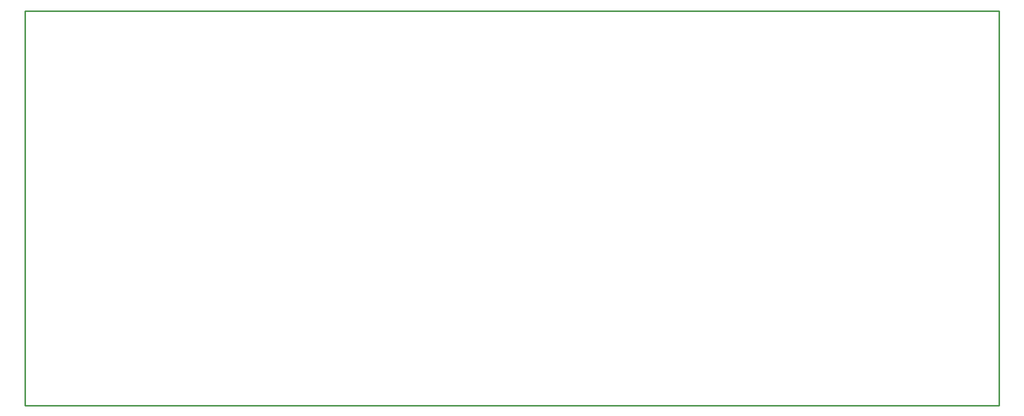
<source format=gbr>
G04 EAGLE Gerber RS-274X export*
G75*
%MOMM*%
%FSLAX34Y34*%
%LPD*%
%IN*%
%IPPOS*%
%AMOC8*
5,1,8,0,0,1.08239X$1,22.5*%
G01*
%ADD10C,0.254000*%


D10*
X0Y0D02*
X1650800Y0D01*
X1650800Y669800D01*
X0Y669800D01*
X0Y0D01*
M02*

</source>
